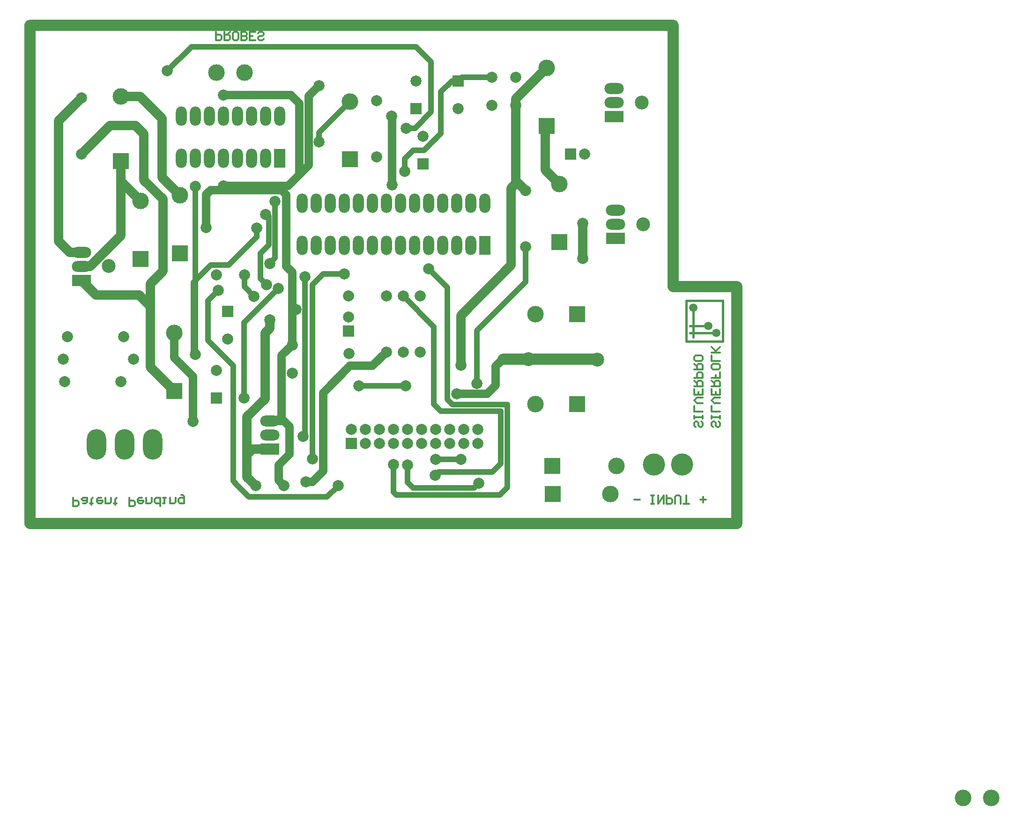
<source format=gtl>
%FSLAX42Y42*%
%MOMM*%
G71*
G01*
G75*
G04 Layer_Physical_Order=1*
%ADD10C,1.52*%
%ADD11C,1.50*%
%ADD12C,1.00*%
%ADD13C,1.70*%
%ADD14C,0.40*%
%ADD15C,2.00*%
%ADD16C,0.35*%
%ADD17C,3.00*%
%ADD18R,3.00X3.00*%
%ADD19O,2.00X3.50*%
%ADD20R,2.00X3.50*%
%ADD21R,2.00X2.00*%
%ADD22C,2.00*%
%ADD23O,3.52X5.52*%
%ADD24C,4.00*%
%ADD25R,3.50X2.00*%
%ADD26O,3.50X2.00*%
%ADD27C,2.50*%
D10*
X14823Y7485D02*
D03*
X15090Y7155D02*
D03*
X15237Y7028D02*
D03*
D11*
X7493Y9688D02*
X7866Y10061D01*
X6325Y9688D02*
X7493D01*
X6096Y9606D02*
X7384D01*
X7303Y9688D02*
X7465Y9525D01*
X7569Y6807D02*
Y8128D01*
X7866Y11308D02*
X8057Y11499D01*
X7699Y9893D02*
Y11176D01*
X7569Y7376D02*
X7638Y7445D01*
X6325Y11326D02*
X7549D01*
X6017Y8933D02*
Y9528D01*
X7866Y10061D02*
Y11308D01*
X9368Y10945D02*
X9375Y10937D01*
Y9705D02*
Y10937D01*
X5778Y5423D02*
Y6236D01*
X5436Y6579D02*
Y7025D01*
Y6579D02*
X5778Y6236D01*
X7323Y4635D02*
X7521Y4834D01*
X7323Y4361D02*
X7417Y4267D01*
X7163Y5436D02*
X7417D01*
X7163D02*
X7168Y5431D01*
X7521Y4834D02*
Y5331D01*
X7417Y5436D02*
X7521Y5331D01*
X7379Y6617D02*
X7569Y6807D01*
X7379Y5507D02*
Y6617D01*
X7303Y5431D02*
X7379Y5507D01*
X7168Y5431D02*
X7303D01*
X7549Y11326D02*
X7699Y11176D01*
X6017Y9528D02*
X6096Y9606D01*
X7465Y8232D02*
Y9525D01*
Y8232D02*
X7569Y8128D01*
X8128Y5944D02*
X8613Y6429D01*
X9020D01*
X7323Y4361D02*
Y4635D01*
X11095Y5921D02*
X11250Y6076D01*
Y6424D01*
X11379Y6553D01*
X10544Y5921D02*
X11095D01*
X13071Y6553D02*
X13081Y6543D01*
X7935Y4331D02*
X8128Y4524D01*
X7816Y4331D02*
X7935D01*
X9020Y6429D02*
X9271Y6680D01*
X8128Y4524D02*
Y5944D01*
D12*
X5751Y12200D02*
X9809D01*
X9629Y10724D02*
X9787D01*
X8606Y12197D02*
Y12200D01*
X5314Y11763D02*
X5751Y12200D01*
X10566Y11578D02*
X10639Y11651D01*
X10456Y11578D02*
X10566D01*
X9604Y9947D02*
Y10178D01*
X9754Y10328D01*
X9954D01*
X10259Y10632D01*
Y11382D01*
X10456Y11578D01*
X10639Y11651D02*
X11176D01*
X6706Y7861D02*
X6878Y7689D01*
X6706Y7861D02*
Y8077D01*
X6530Y4318D02*
X6789Y4059D01*
X8400Y4257D02*
Y4262D01*
X6045Y7610D02*
X6233Y7798D01*
X6544Y4304D02*
Y4309D01*
X6502Y4351D02*
X6544Y4309D01*
X6502Y4351D02*
Y6436D01*
X6045Y6894D02*
X6502Y6436D01*
X6045Y6894D02*
Y7610D01*
X12144Y10744D02*
X12172Y10772D01*
X10160Y4737D02*
X10617D01*
X11341Y4663D02*
Y5613D01*
X10152Y4450D02*
X10216Y4514D01*
X9576Y7696D02*
X10132Y7140D01*
X10216Y4514D02*
X11191D01*
X11341Y4663D01*
X10858Y4224D02*
X10942Y4308D01*
X9652Y4328D02*
Y4641D01*
X9756Y4224D02*
X10858D01*
X9652Y4328D02*
X9756Y4224D01*
X11458Y4232D02*
Y5730D01*
X10033Y8189D02*
X10376Y7846D01*
X9398Y4150D02*
Y4648D01*
X11323Y4097D02*
X11458Y4232D01*
X9451Y4097D02*
X11323D01*
X9398Y4150D02*
X9451Y4097D01*
X6789Y4059D02*
X8202D01*
X8400Y4257D01*
X8057Y10650D02*
X8616Y11209D01*
X8057Y10483D02*
Y10650D01*
X7262Y8379D02*
Y9406D01*
X7163Y8280D02*
X7262Y8379D01*
X7805Y5194D02*
Y8039D01*
X7767Y5156D02*
X7805Y5194D01*
X6698Y7211D02*
X7320Y7833D01*
X6698Y5845D02*
Y7211D01*
X6932Y8763D02*
Y8920D01*
X5817Y7971D02*
X6096Y8250D01*
X5789Y7943D02*
X5817Y7971D01*
Y9680D01*
Y6640D02*
Y7971D01*
X5789Y6668D02*
X5817Y6640D01*
X8128Y8092D02*
X8509D01*
X7935Y4745D02*
Y7899D01*
X13391Y10940D02*
X13411D01*
X8776Y6071D02*
X9619D01*
X7094Y9164D02*
X7112D01*
X6993Y8006D02*
X7104Y7894D01*
X5789Y6668D02*
Y7943D01*
X6096Y8250D02*
X6419D01*
X6932Y8763D01*
X7112Y9164D02*
X7145Y9131D01*
Y8621D02*
Y9131D01*
X6993Y8468D02*
X7145Y8621D01*
X6993Y8006D02*
Y8468D01*
X10259Y5613D02*
X11341D01*
X10132Y5740D02*
X10259Y5613D01*
X10132Y5740D02*
Y7140D01*
X10467Y5730D02*
X11458D01*
X10376Y5822D02*
X10467Y5730D01*
X10376Y5822D02*
Y7846D01*
X7935Y7899D02*
X8128Y8092D01*
X9787Y10724D02*
X10081Y11019D01*
Y11928D01*
X9809Y12200D02*
X10081Y11928D01*
X10909Y7069D02*
X11786Y7945D01*
X10909Y6111D02*
Y7069D01*
X11786Y7945D02*
Y8585D01*
X3759Y7976D02*
X3762D01*
X3759Y10262D02*
X3762D01*
X3759D02*
Y10272D01*
D13*
X6754Y4422D02*
Y5509D01*
X7163Y7109D02*
Y7264D01*
X6855Y4928D02*
X7163D01*
X6754Y4826D02*
X6855Y4928D01*
X6754Y4422D02*
X6909Y4267D01*
X6754Y5509D02*
X7079Y5834D01*
Y7026D01*
X7163Y7109D01*
X5006Y6409D02*
X5436Y5979D01*
X12144Y9969D02*
X12395Y9718D01*
X12144Y9969D02*
Y10744D01*
X12824Y8372D02*
Y9009D01*
X11613Y9726D02*
Y11260D01*
X12172Y11818D01*
X11613Y9774D02*
X11786Y9601D01*
X11529Y8250D02*
Y9642D01*
X10620Y7341D02*
X11529Y8250D01*
X10620Y6439D02*
Y7341D01*
X11529Y9642D02*
X11613Y9726D01*
X3345Y8687D02*
X3548Y8484D01*
X3345Y8880D02*
Y10864D01*
X3759Y11278D01*
X3345Y8687D02*
Y8880D01*
X3548Y8484D02*
X3759D01*
X5006Y7912D02*
X5235Y8141D01*
X3762Y7976D02*
X4028Y7709D01*
X4803D01*
X4820Y11301D02*
X5215Y10907D01*
Y9837D02*
Y10907D01*
X4470Y11301D02*
X4820D01*
X5215Y9837D02*
X5537Y9515D01*
X3762Y10262D02*
X4277Y10777D01*
X4740D01*
X4892Y10625D01*
Y9787D02*
Y10625D01*
Y9787D02*
X5235Y9444D01*
X4803Y7709D02*
X5006Y7506D01*
X5235Y8588D02*
Y9444D01*
Y8141D02*
Y8588D01*
X5006Y6409D02*
Y7912D01*
X3917Y8230D02*
X4470Y8783D01*
X3759Y8230D02*
X3917D01*
X4470Y8783D02*
Y9769D01*
X4826Y9413D01*
X4470Y9769D02*
Y10136D01*
D14*
X14694Y7610D02*
X15357D01*
Y6873D02*
Y7610D01*
X14694Y6873D02*
X15357D01*
X14694D02*
Y7610D01*
X14823Y6952D02*
Y7485D01*
X14760Y7155D02*
X15090D01*
X14760Y7028D02*
X15237D01*
D15*
X11379Y6553D02*
X13071D01*
X2832Y3576D02*
X15608Y3579D01*
X2830Y12588D02*
X2832Y3576D01*
X2830Y12588D02*
X14455Y12591D01*
X14458Y7861D02*
X15606D01*
X15608Y3579D01*
X14455Y12591D02*
X14458Y7861D01*
D16*
X14963Y5428D02*
X14988Y5403D01*
Y5352D01*
X14963Y5326D01*
X14938D01*
X14912Y5352D01*
Y5403D01*
X14887Y5428D01*
X14862D01*
X14836Y5403D01*
Y5352D01*
X14862Y5326D01*
X14988Y5479D02*
Y5530D01*
Y5504D01*
X14836D01*
Y5479D01*
Y5530D01*
X14988Y5606D02*
X14836D01*
Y5707D01*
X14988Y5758D02*
X14887D01*
X14836Y5809D01*
X14887Y5860D01*
X14988D01*
Y6012D02*
Y5910D01*
X14836D01*
Y6012D01*
X14912Y5910D02*
Y5961D01*
X14836Y6063D02*
X14988D01*
Y6139D01*
X14963Y6164D01*
X14912D01*
X14887Y6139D01*
Y6063D01*
Y6114D02*
X14836Y6164D01*
Y6215D02*
X14988D01*
Y6291D01*
X14963Y6317D01*
X14912D01*
X14887Y6291D01*
Y6215D01*
X14836Y6367D02*
X14988D01*
Y6444D01*
X14963Y6469D01*
X14912D01*
X14887Y6444D01*
Y6367D01*
Y6418D02*
X14836Y6469D01*
X14988Y6596D02*
Y6545D01*
X14963Y6520D01*
X14862D01*
X14836Y6545D01*
Y6596D01*
X14862Y6621D01*
X14963D01*
X14988Y6596D01*
X15278Y5428D02*
X15303Y5403D01*
Y5352D01*
X15278Y5326D01*
X15253D01*
X15227Y5352D01*
Y5403D01*
X15202Y5428D01*
X15176D01*
X15151Y5403D01*
Y5352D01*
X15176Y5326D01*
X15303Y5479D02*
Y5530D01*
Y5504D01*
X15151D01*
Y5479D01*
Y5530D01*
X15303Y5606D02*
X15151D01*
Y5707D01*
X15303Y5758D02*
X15202D01*
X15151Y5809D01*
X15202Y5860D01*
X15303D01*
Y6012D02*
Y5910D01*
X15151D01*
Y6012D01*
X15227Y5910D02*
Y5961D01*
X15151Y6063D02*
X15303D01*
Y6139D01*
X15278Y6164D01*
X15227D01*
X15202Y6139D01*
Y6063D01*
Y6114D02*
X15151Y6164D01*
X15303Y6317D02*
Y6215D01*
X15227D01*
Y6266D01*
Y6215D01*
X15151D01*
X15303Y6444D02*
Y6393D01*
X15278Y6367D01*
X15176D01*
X15151Y6393D01*
Y6444D01*
X15176Y6469D01*
X15278D01*
X15303Y6444D01*
Y6520D02*
X15151D01*
Y6621D01*
X15303Y6672D02*
X15151D01*
X15202D01*
X15303Y6774D01*
X15227Y6698D01*
X15151Y6774D01*
X3609Y4046D02*
Y3894D01*
X3686D01*
X3711Y3919D01*
Y3970D01*
X3686Y3995D01*
X3609D01*
X3787Y3945D02*
X3838D01*
X3863Y3970D01*
Y4046D01*
X3787D01*
X3762Y4021D01*
X3787Y3995D01*
X3863D01*
X3939Y3919D02*
Y3945D01*
X3914D01*
X3965D01*
X3939D01*
Y4021D01*
X3965Y4046D01*
X4117D02*
X4066D01*
X4041Y4021D01*
Y3970D01*
X4066Y3945D01*
X4117D01*
X4143Y3970D01*
Y3995D01*
X4041D01*
X4193Y4046D02*
Y3945D01*
X4270D01*
X4295Y3970D01*
Y4046D01*
X4371Y3919D02*
Y3945D01*
X4346D01*
X4396D01*
X4371D01*
Y4021D01*
X4396Y4046D01*
X4625D02*
Y3894D01*
X4701D01*
X4727Y3919D01*
Y3970D01*
X4701Y3995D01*
X4625D01*
X4854Y4046D02*
X4803D01*
X4777Y4021D01*
Y3970D01*
X4803Y3945D01*
X4854D01*
X4879Y3970D01*
Y3995D01*
X4777D01*
X4930Y4046D02*
Y3945D01*
X5006D01*
X5031Y3970D01*
Y4046D01*
X5184Y3894D02*
Y4046D01*
X5107D01*
X5082Y4021D01*
Y3970D01*
X5107Y3945D01*
X5184D01*
X5234Y4046D02*
X5285D01*
X5260D01*
Y3945D01*
X5234D01*
X5361Y4046D02*
Y3945D01*
X5438D01*
X5463Y3970D01*
Y4046D01*
X5565Y4097D02*
X5590D01*
X5615Y4072D01*
Y3945D01*
X5539D01*
X5514Y3970D01*
Y4021D01*
X5539Y4046D01*
X5615D01*
X13757Y4008D02*
X13858D01*
X14061Y3932D02*
X14112D01*
X14087D01*
Y4084D01*
X14061D01*
X14112D01*
X14188D02*
Y3932D01*
X14290Y4084D01*
Y3932D01*
X14341Y4084D02*
Y3932D01*
X14417D01*
X14442Y3957D01*
Y4008D01*
X14417Y4034D01*
X14341D01*
X14493Y3932D02*
Y4059D01*
X14518Y4084D01*
X14569D01*
X14595Y4059D01*
Y3932D01*
X14645D02*
X14747D01*
X14696D01*
Y4084D01*
X14950Y4008D02*
X15052D01*
X15001Y3957D02*
Y4059D01*
X6190Y12466D02*
Y12314D01*
X6266D01*
X6292Y12339D01*
Y12390D01*
X6266Y12416D01*
X6190D01*
X6342Y12466D02*
Y12314D01*
X6419D01*
X6444Y12339D01*
Y12390D01*
X6419Y12416D01*
X6342D01*
X6393D02*
X6444Y12466D01*
X6571Y12314D02*
X6520D01*
X6495Y12339D01*
Y12441D01*
X6520Y12466D01*
X6571D01*
X6596Y12441D01*
Y12339D01*
X6571Y12314D01*
X6647D02*
Y12466D01*
X6723D01*
X6749Y12441D01*
Y12416D01*
X6723Y12390D01*
X6647D01*
X6723D01*
X6749Y12365D01*
Y12339D01*
X6723Y12314D01*
X6647D01*
X6901D02*
X6799D01*
Y12466D01*
X6901D01*
X6799Y12390D02*
X6850D01*
X7053Y12339D02*
X7028Y12314D01*
X6977D01*
X6952Y12339D01*
Y12365D01*
X6977Y12390D01*
X7028D01*
X7053Y12416D01*
Y12441D01*
X7028Y12466D01*
X6977D01*
X6952Y12441D01*
D17*
X11969Y7366D02*
D03*
X6708Y11735D02*
D03*
X6200D02*
D03*
X13325Y4115D02*
D03*
X4826Y9413D02*
D03*
X5436Y7025D02*
D03*
X12172Y11818D02*
D03*
X12395Y9718D02*
D03*
X5537Y9515D02*
D03*
X11969Y5740D02*
D03*
X8616Y11209D02*
D03*
X13435Y4623D02*
D03*
X4470Y11301D02*
D03*
X20206Y-1384D02*
D03*
X19698D02*
D03*
D18*
X12719Y7366D02*
D03*
X12279Y4115D02*
D03*
X4826Y8367D02*
D03*
X5436Y5979D02*
D03*
X12172Y10772D02*
D03*
X12395Y8672D02*
D03*
X5537Y8469D02*
D03*
X12719Y5740D02*
D03*
X8616Y10163D02*
D03*
X4470Y10136D02*
D03*
X12270Y4623D02*
D03*
D19*
X6833Y10185D02*
D03*
X6579D02*
D03*
X6325D02*
D03*
X6071D02*
D03*
X6579Y10947D02*
D03*
X6325D02*
D03*
X6071D02*
D03*
X6833D02*
D03*
X7087Y10185D02*
D03*
X5817D02*
D03*
X5563Y10947D02*
D03*
X5817D02*
D03*
X7087D02*
D03*
X7341D02*
D03*
X5563Y10185D02*
D03*
X10795Y8611D02*
D03*
X10541D02*
D03*
X10287D02*
D03*
X10033D02*
D03*
X9779D02*
D03*
X9525D02*
D03*
X9271D02*
D03*
X9017D02*
D03*
X8763D02*
D03*
X8509D02*
D03*
X8255D02*
D03*
X8001D02*
D03*
X7747D02*
D03*
X11049Y9373D02*
D03*
X10795D02*
D03*
X10541D02*
D03*
X10287D02*
D03*
X10033D02*
D03*
X9779D02*
D03*
X9525D02*
D03*
X9271D02*
D03*
X9017D02*
D03*
X8763D02*
D03*
X8509D02*
D03*
X8255D02*
D03*
X8001D02*
D03*
X7747D02*
D03*
D20*
X7341Y10185D02*
D03*
X11049Y8611D02*
D03*
D21*
X12598Y10262D02*
D03*
X6198Y5846D02*
D03*
X10566Y11578D02*
D03*
X9804Y11078D02*
D03*
X8636Y5029D02*
D03*
X6401Y7413D02*
D03*
X9936Y10080D02*
D03*
X8585Y7061D02*
D03*
D22*
X12852Y10262D02*
D03*
X8585Y7691D02*
D03*
X8593Y6655D02*
D03*
X3759Y10262D02*
D03*
Y11278D02*
D03*
X6198Y6346D02*
D03*
X7163Y8280D02*
D03*
Y7264D02*
D03*
X11786Y8585D02*
D03*
Y9601D02*
D03*
X7569Y6807D02*
D03*
Y6299D02*
D03*
X9271Y6680D02*
D03*
Y7696D02*
D03*
X9576Y6680D02*
D03*
Y7696D02*
D03*
X9881Y6680D02*
D03*
Y7696D02*
D03*
X7417Y4267D02*
D03*
X6909D02*
D03*
X10566Y11078D02*
D03*
X11613Y11143D02*
D03*
Y11651D02*
D03*
X11176Y11143D02*
D03*
Y11651D02*
D03*
X9804Y11578D02*
D03*
X8636Y5283D02*
D03*
X8890Y5029D02*
D03*
Y5283D02*
D03*
X9144Y5029D02*
D03*
Y5283D02*
D03*
X9398Y5029D02*
D03*
Y5283D02*
D03*
X9652Y5029D02*
D03*
Y5283D02*
D03*
X9906Y5029D02*
D03*
Y5283D02*
D03*
X10160Y5029D02*
D03*
Y5283D02*
D03*
X10414Y5029D02*
D03*
Y5283D02*
D03*
X10668Y5029D02*
D03*
Y5283D02*
D03*
X10922Y5029D02*
D03*
Y5283D02*
D03*
X3454Y6147D02*
D03*
X4470D02*
D03*
X6401Y6913D02*
D03*
X6198Y8077D02*
D03*
X6706D02*
D03*
X3429Y6553D02*
D03*
X4699D02*
D03*
X4521Y6960D02*
D03*
X3505D02*
D03*
X9093Y11227D02*
D03*
Y10211D02*
D03*
X8057Y11499D02*
D03*
Y10483D02*
D03*
X9936Y10580D02*
D03*
X8585Y7315D02*
D03*
X6878Y7689D02*
D03*
X12824Y8372D02*
D03*
Y9009D02*
D03*
X10617Y4737D02*
D03*
X10160D02*
D03*
X5778Y5423D02*
D03*
X7638Y7445D02*
D03*
X6325Y9688D02*
D03*
Y11326D02*
D03*
X10544Y5921D02*
D03*
X10620Y6439D02*
D03*
X9629Y10724D02*
D03*
X5314Y11763D02*
D03*
X7320Y7833D02*
D03*
X6698Y5845D02*
D03*
X5817Y6640D02*
D03*
X6932Y8920D02*
D03*
X5817Y9680D02*
D03*
X7094Y9164D02*
D03*
X7104Y7894D02*
D03*
X8776Y6071D02*
D03*
X9619D02*
D03*
X10909Y6111D02*
D03*
X8400Y4262D02*
D03*
X6233Y7798D02*
D03*
X7262Y9406D02*
D03*
X9652Y4641D02*
D03*
X10942Y4308D02*
D03*
X6017Y8933D02*
D03*
X10152Y4450D02*
D03*
X9604Y9947D02*
D03*
X9398Y4648D02*
D03*
X10033Y8189D02*
D03*
X8509Y8092D02*
D03*
X7935Y4745D02*
D03*
X7805Y8039D02*
D03*
X7767Y5156D02*
D03*
X9375Y9705D02*
D03*
X7816Y4331D02*
D03*
X9368Y10945D02*
D03*
D23*
X4539Y5011D02*
D03*
X4031D02*
D03*
X5047D02*
D03*
D24*
X14110Y4648D02*
D03*
X14618D02*
D03*
D25*
X3759Y7976D02*
D03*
X7163Y4928D02*
D03*
X13391Y10940D02*
D03*
X13411Y8738D02*
D03*
D26*
X3759Y8230D02*
D03*
Y8484D02*
D03*
X7163Y5182D02*
D03*
Y5436D02*
D03*
X13391Y11194D02*
D03*
Y11448D02*
D03*
X13411Y8992D02*
D03*
Y9246D02*
D03*
D27*
X13889Y11189D02*
D03*
X13912Y8992D02*
D03*
X4254Y8235D02*
D03*
X11836Y6553D02*
D03*
X13081Y6543D02*
D03*
M02*

</source>
